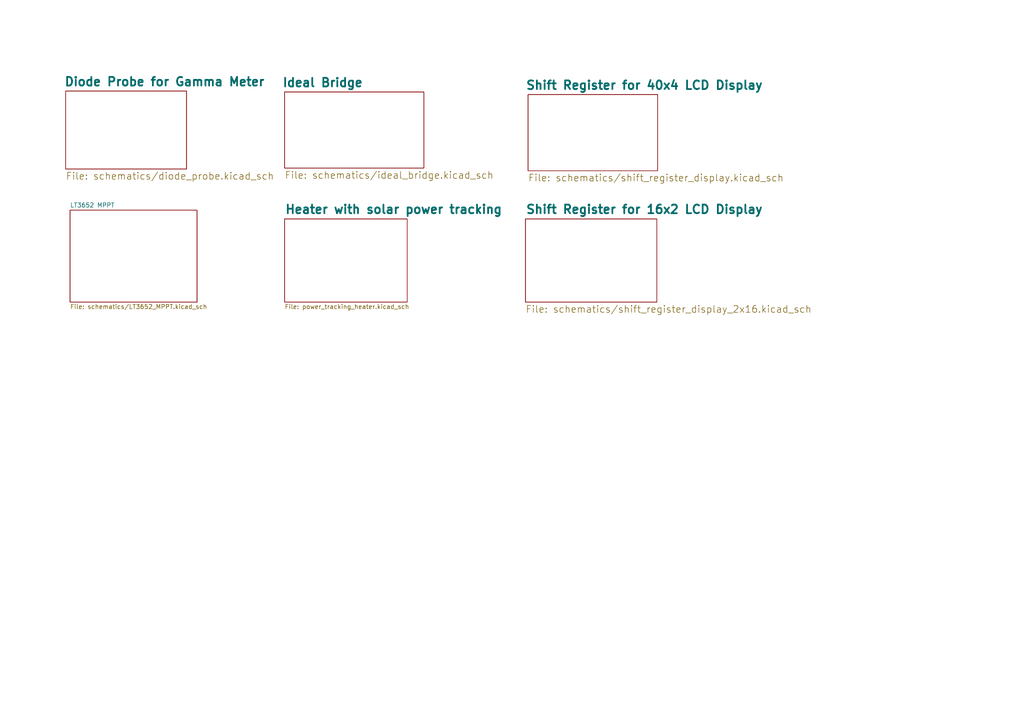
<source format=kicad_sch>
(kicad_sch
	(version 20231120)
	(generator "eeschema")
	(generator_version "8.0")
	(uuid "7b59bc46-701c-4caa-9db8-f0eec290561d")
	(paper "A4")
	(lib_symbols)
	(sheet
		(at 82.55 63.5)
		(size 35.56 24.13)
		(fields_autoplaced yes)
		(stroke
			(width 0.1524)
			(type solid)
		)
		(fill
			(color 0 0 0 0.0000)
		)
		(uuid "5708feb1-aa6a-4b62-bc86-35f6572d752c")
		(property "Sheetname" "Heater with solar power tracking"
			(at 82.55 62.1734 0)
			(effects
				(font
					(size 2.5 2.5)
					(bold yes)
				)
				(justify left bottom)
			)
		)
		(property "Sheetfile" "power_tracking_heater.kicad_sch"
			(at 82.55 88.2146 0)
			(effects
				(font
					(size 1.27 1.27)
				)
				(justify left top)
			)
		)
		(instances
			(project "Misc_PCB"
				(path "/7b59bc46-701c-4caa-9db8-f0eec290561d"
					(page "6")
				)
			)
		)
	)
	(sheet
		(at 20.32 60.96)
		(size 36.83 26.67)
		(fields_autoplaced yes)
		(stroke
			(width 0.1524)
			(type solid)
		)
		(fill
			(color 0 0 0 0.0000)
		)
		(uuid "597d6a57-53dc-4721-891a-2c0af328a07b")
		(property "Sheetname" "LT3652 MPPT"
			(at 20.32 60.2484 0)
			(effects
				(font
					(size 1.27 1.27)
				)
				(justify left bottom)
			)
		)
		(property "Sheetfile" "schematics/LT3652_MPPT.kicad_sch"
			(at 20.32 88.2146 0)
			(effects
				(font
					(size 1.27 1.27)
				)
				(justify left top)
			)
		)
		(instances
			(project "Misc_PCB"
				(path "/7b59bc46-701c-4caa-9db8-f0eec290561d"
					(page "6")
				)
			)
		)
	)
	(sheet
		(at 152.4 63.5)
		(size 38.1 24.13)
		(fields_autoplaced yes)
		(stroke
			(width 0.1524)
			(type solid)
		)
		(fill
			(color 0 0 0 0.0000)
		)
		(uuid "6436e512-c247-470c-9775-a9b90aba82b0")
		(property "Sheetname" "Shift Register for 16x2 LCD Display"
			(at 152.4 62.1734 0)
			(effects
				(font
					(size 2.5 2.5)
					(bold yes)
				)
				(justify left bottom)
			)
		)
		(property "Sheetfile" "schematics/shift_register_display_2x16.kicad_sch"
			(at 152.4 88.5066 0)
			(effects
				(font
					(size 2 2)
				)
				(justify left top)
			)
		)
		(instances
			(project "Misc_PCB"
				(path "/7b59bc46-701c-4caa-9db8-f0eec290561d"
					(page "7")
				)
			)
		)
	)
	(sheet
		(at 82.55 26.67)
		(size 40.386 22.098)
		(stroke
			(width 0.1524)
			(type solid)
		)
		(fill
			(color 0 0 0 0.0000)
		)
		(uuid "65162db6-2f34-42a9-bfd8-f206554b7fcf")
		(property "Sheetname" "Ideal Bridge"
			(at 81.788 25.4 0)
			(effects
				(font
					(size 2.5 2.5)
					(bold yes)
				)
				(justify left bottom)
			)
		)
		(property "Sheetfile" "schematics/ideal_bridge.kicad_sch"
			(at 82.55 49.6446 0)
			(effects
				(font
					(size 2 2)
				)
				(justify left top)
			)
		)
		(instances
			(project "Misc_PCB"
				(path "/7b59bc46-701c-4caa-9db8-f0eec290561d"
					(page "3")
				)
			)
		)
	)
	(sheet
		(at 19.05 26.416)
		(size 35.052 22.606)
		(stroke
			(width 0.1524)
			(type solid)
		)
		(fill
			(color 0 0 0 0.0000)
		)
		(uuid "6babc747-648a-483d-982b-7a5f4e06013a")
		(property "Sheetname" "Diode Probe for Gamma Meter"
			(at 18.542 25.146 0)
			(effects
				(font
					(size 2.5 2.5)
					(bold yes)
				)
				(justify left bottom)
			)
		)
		(property "Sheetfile" "schematics/diode_probe.kicad_sch"
			(at 19.05 49.8986 0)
			(effects
				(font
					(size 2 2)
				)
				(justify left top)
			)
		)
		(instances
			(project "Misc_PCB"
				(path "/7b59bc46-701c-4caa-9db8-f0eec290561d"
					(page "2")
				)
			)
		)
	)
	(sheet
		(at 153.162 27.432)
		(size 37.592 22.098)
		(stroke
			(width 0.1524)
			(type solid)
		)
		(fill
			(color 0 0 0 0.0000)
		)
		(uuid "c1486e23-7518-492e-81fc-70742dd392eb")
		(property "Sheetname" "Shift Register for 40x4 LCD Display"
			(at 152.4 26.162 0)
			(effects
				(font
					(size 2.5 2.5)
					(bold yes)
				)
				(justify left bottom)
			)
		)
		(property "Sheetfile" "schematics/shift_register_display.kicad_sch"
			(at 153.162 50.4066 0)
			(effects
				(font
					(size 2 2)
				)
				(justify left top)
			)
		)
		(instances
			(project "Misc_PCB"
				(path "/7b59bc46-701c-4caa-9db8-f0eec290561d"
					(page "4")
				)
			)
		)
	)
	(sheet_instances
		(path "/"
			(page "1")
		)
	)
)
</source>
